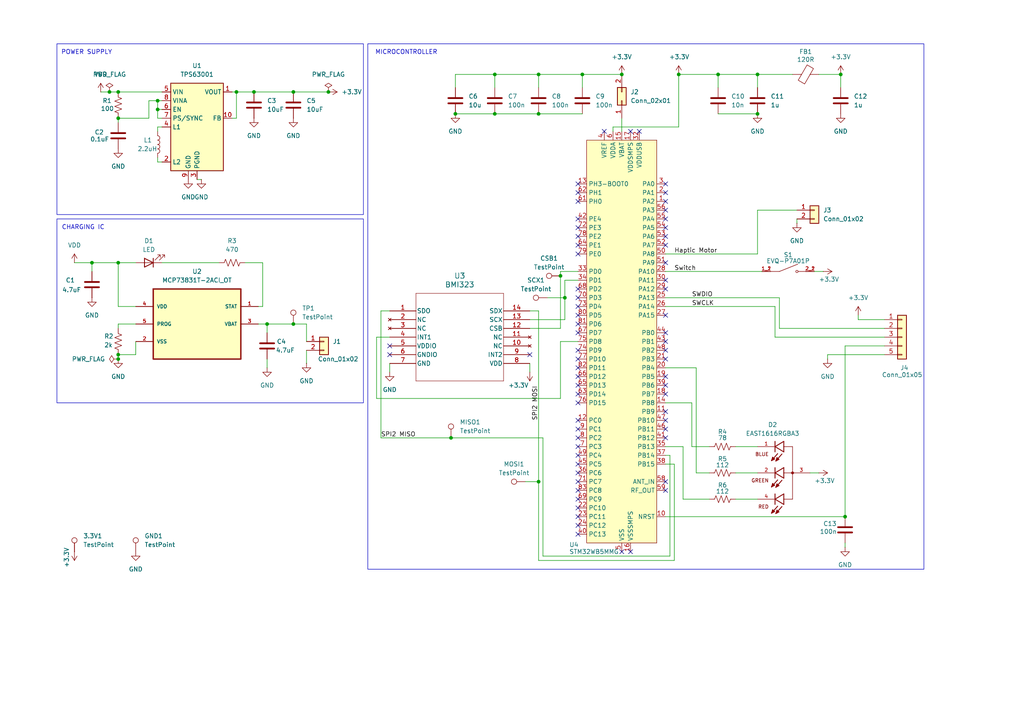
<source format=kicad_sch>
(kicad_sch (version 20231120) (generator "eeschema") (generator_version "8.0")
  (paper "A4")
  (lib_symbols
    (symbol "2025-09-24_20-33-02:BMI323" (pin_names (offset 0.254))
      (property "Reference" "U" (at 20.32 10.16 0))
      (property "Value" "BMI323" (at 20.32 7.62 0))
      (symbol "BMI323_0_1"
        (pin bidirectional line (at 0 0 0) (length 7.62) (name "SDO") (number "1"))
        (pin no_connect line (at 40.64 -10.16 180) (length 7.62) (name "NC") (number "10"))
        (pin no_connect line (at 40.64 -7.62 180) (length 7.62) (name "NC") (number "11"))
        (pin input line (at 40.64 -5.08 180) (length 7.62) (name "CSB") (number "12"))
        (pin input line (at 40.64 -2.54 180) (length 7.62) (name "SCX") (number "13"))
        (pin bidirectional line (at 40.64 0 180) (length 7.62) (name "SDX") (number "14"))
        (pin no_connect line (at 0 -2.54 0) (length 7.62) (name "NC") (number "2"))
        (pin no_connect line (at 0 -5.08 0) (length 7.62) (name "NC") (number "3"))
        (pin bidirectional line (at 0 -7.62 0) (length 7.62) (name "INT1") (number "4"))
        (pin power_in line (at 0 -10.16 0) (length 7.62) (name "VDDIO") (number "5"))
        (pin power_out line (at 0 -12.7 0) (length 7.62) (name "GNDIO") (number "6"))
        (pin power_out line (at 0 -15.24 0) (length 7.62) (name "GND") (number "7"))
        (pin power_in line (at 40.64 -15.24 180) (length 7.62) (name "VDD") (number "8"))
        (pin bidirectional line (at 40.64 -12.7 180) (length 7.62) (name "INT2") (number "9"))
      )
    )
    (symbol "Connector:TestPoint" (pin_numbers hide) (pin_names (offset 0.762) hide)
      (property "Reference" "TP" (at 0 6.858 0))
      (property "Value" "TestPoint" (at 0 5.08 0))
      (symbol "TestPoint_1_1"
        (pin passive line (at 0 0 90) (length 2.54) (name "1") (number "1"))
      )
    )
    (symbol "Connector_Generic:Conn_01x02" (pin_names (offset 1.016) hide)
      (property "Reference" "J" (at 0 2.54 0))
      (property "Value" "Conn_01x02" (at 0 -5.08 0))
      (symbol "Conn_01x02_1_1"
        (pin passive line (at -5.08 0 0) (length 3.81) (name "Pin_1") (number "1"))
        (pin passive line (at -5.08 -2.54 0) (length 3.81) (name "Pin_2") (number "2"))
      )
    )
    (symbol "Connector_Generic:Conn_01x05" (pin_names (offset 1.016) hide)
      (property "Reference" "J" (at 0 7.62 0))
      (property "Value" "Conn_01x05" (at 0 -7.62 0))
      (symbol "Conn_01x05_1_1"
        (pin passive line (at -5.08 5.08 0) (length 3.81) (name "Pin_1") (number "1"))
        (pin passive line (at -5.08 2.54 0) (length 3.81) (name "Pin_2") (number "2"))
        (pin passive line (at -5.08 0 0) (length 3.81) (name "Pin_3") (number "3"))
        (pin passive line (at -5.08 -2.54 0) (length 3.81) (name "Pin_4") (number "4"))
        (pin passive line (at -5.08 -5.08 0) (length 3.81) (name "Pin_5") (number "5"))
      )
    )
    (symbol "Connector_Generic:Conn_02x01" (pin_names (offset 1.016) hide)
      (property "Reference" "J" (at 1.27 2.54 0))
      (property "Value" "Conn_02x01" (at 1.27 -2.54 0))
      (symbol "Conn_02x01_1_1"
        (pin passive line (at -5.08 0 0) (length 3.81) (name "Pin_1") (number "1"))
        (pin passive line (at 7.62 0 180) (length 3.81) (name "Pin_2") (number "2"))
      )
    )
    (symbol "Device:C" (pin_numbers hide) (pin_names (offset 0.254))
      (property "Reference" "C" (at 0.635 2.54 0))
      (property "Value" "C" (at 0.635 -2.54 0))
      (symbol "C_1_1"
        (pin passive line (at 0 3.81 270) (length 2.794) (name "~") (number "1"))
        (pin passive line (at 0 -3.81 90) (length 2.794) (name "~") (number "2"))
      )
    )
    (symbol "Device:FerriteBead" (pin_numbers hide) (pin_names (offset 0))
      (property "Reference" "FB" (at -3.81 0.635 90))
      (property "Value" "FerriteBead" (at 3.81 0 90))
      (symbol "FerriteBead_1_1"
        (pin passive line (at 0 3.81 270) (length 2.54) (name "~") (number "1"))
        (pin passive line (at 0 -3.81 90) (length 2.54) (name "~") (number "2"))
      )
    )
    (symbol "Device:L" (pin_numbers hide) (pin_names (offset 1.016) hide)
      (property "Reference" "L" (at -1.27 0 90))
      (property "Value" "L" (at 1.905 0 90))
      (symbol "L_1_1"
        (pin passive line (at 0 3.81 270) (length 1.27) (name "1") (number "1"))
        (pin passive line (at 0 -3.81 90) (length 1.27) (name "2") (number "2"))
      )
    )
    (symbol "Device:LED" (pin_numbers hide) (pin_names (offset 1.016) hide)
      (property "Reference" "D" (at 0 2.54 0))
      (property "Value" "LED" (at 0 -2.54 0))
      (symbol "LED_1_1"
        (pin passive line (at -3.81 0 0) (length 2.54) (name "K") (number "1"))
        (pin passive line (at 3.81 0 180) (length 2.54) (name "A") (number "2"))
      )
    )
    (symbol "Device:R_US" (pin_numbers hide) (pin_names (offset 0))
      (property "Reference" "R" (at 2.54 0 90))
      (property "Value" "R_US" (at -2.54 0 90))
      (symbol "R_US_1_1"
        (pin passive line (at 0 3.81 270) (length 1.27) (name "~") (number "1"))
        (pin passive line (at 0 -3.81 90) (length 1.27) (name "~") (number "2"))
      )
    )
    (symbol "EAST1616RGBA3:EAST1616RGBA3" (pin_names (offset 1.016))
      (property "Reference" "D" (at -8.255 10.16 0))
      (property "Value" "EAST1616RGBA3" (at -8.255 9.525 0))
      (symbol "EAST1616RGBA3_0_0"
        (text "BLUE" (at 4.318 -4.826 0) (effects (font (size 1.016 1.016)) (justify left bottom)))
        (text "GREEN" (at 4.318 2.794 0) (effects (font (size 1.016 1.016)) (justify left bottom)))
        (text "RED" (at 4.318 10.414 0) (effects (font (size 1.016 1.016)) (justify left bottom)))
        (pin passive line (at 7.62 -7.62 180) (length 5.08) (name "~") (number "1"))
        (pin passive line (at 7.62 0 180) (length 5.08) (name "~") (number "2"))
        (pin passive line (at -7.62 0 0) (length 5.08) (name "~") (number "3"))
        (pin passive line (at 7.62 7.62 180) (length 5.08) (name "~") (number "4"))
      )
    )
    (symbol "EVQ-P7A01P:EVQ-P7A01P" (pin_names (offset 1.016))
      (property "Reference" "S" (at -2.54 2.54 0))
      (property "Value" "EVQ-P7A01P" (at -2.54 -2.54 0))
      (symbol "EVQ-P7A01P_0_0"
        (pin passive line (at -7.62 0 0) (length 2.54) (name "~") (number "1_1"))
        (pin passive line (at -7.62 0 0) (length 2.54) (name "~") (number "1_2"))
        (pin passive line (at 7.62 0 180) (length 2.54) (name "~") (number "2_1"))
        (pin passive line (at 7.62 0 180) (length 2.54) (name "~") (number "2_2"))
      )
    )
    (symbol "MCP73831T-2ACI_OT:MCP73831T-2ACI_OT" (pin_names (offset 1.016))
      (property "Reference" "U" (at -4.1227 10.0778 0))
      (property "Value" "MCP73831T-2ACI_OT" (at -5.9526 -17.1963 0))
      (symbol "MCP73831T-2ACI_OT_0_0"
        (pin output line (at 17.78 2.54 180) (length 5.08) (name "STAT") (number "1"))
        (pin power_in line (at -17.78 -7.62 0) (length 5.08) (name "VSS") (number "2"))
        (pin output line (at 17.78 -2.54 180) (length 5.08) (name "VBAT") (number "3"))
        (pin power_in line (at -17.78 2.54 0) (length 5.08) (name "VDD") (number "4"))
        (pin input line (at -17.78 -2.54 0) (length 5.08) (name "PROG") (number "5"))
      )
    )
    (symbol "RF_Module:STM32WB5MMG"
      (property "Reference" "U" (at 7.62 59.69 0))
      (property "Value" "STM32WB5MMG" (at 10.16 -59.69 0))
      (symbol "STM32WB5MMG_1_1"
        (pin bidirectional line (at 12.7 40.64 180) (length 2.54) (name "PA2") (number "1"))
        (pin input line (at 12.7 -50.8 180) (length 2.54) (name "NRST") (number "10"))
        (pin bidirectional line (at 12.7 -20.32 180) (length 2.54) (name "PB9") (number "11"))
        (pin bidirectional line (at -12.7 -22.86 0) (length 2.54) (name "PC0") (number "12"))
        (pin bidirectional line (at -12.7 45.72 0) (length 2.54) (name "PH3-BOOT0") (number "13"))
        (pin bidirectional line (at 12.7 -17.78 180) (length 2.54) (name "PB8") (number "14"))
        (pin power_in line (at 0 60.96 270) (length 2.54) (name "VBAT") (number "15"))
        (pin power_in line (at 2.54 -60.96 90) (length 2.54) (name "VSSSMPS") (number "16"))
        (pin power_in line (at 2.54 60.96 270) (length 2.54) (name "VDDSMPS") (number "17"))
        (pin bidirectional line (at 12.7 -15.24 180) (length 2.54) (name "PB7") (number "18"))
        (pin bidirectional line (at 12.7 -10.16 180) (length 2.54) (name "PB5") (number "19"))
        (pin bidirectional line (at 12.7 43.18 180) (length 2.54) (name "PA1") (number "2"))
        (pin bidirectional line (at 12.7 -7.62 180) (length 2.54) (name "PB4") (number "20"))
        (pin bidirectional line (at 12.7 -5.08 180) (length 2.54) (name "PB3") (number "21"))
        (pin bidirectional line (at -12.7 -48.26 0) (length 2.54) (name "PC10") (number "22"))
        (pin bidirectional line (at -12.7 -50.8 0) (length 2.54) (name "PC11") (number "23"))
        (pin bidirectional line (at -12.7 -53.34 0) (length 2.54) (name "PC12") (number "24"))
        (pin bidirectional line (at 12.7 12.7 180) (length 2.54) (name "PA13") (number "25"))
        (pin bidirectional line (at 12.7 10.16 180) (length 2.54) (name "PA14") (number "26"))
        (pin bidirectional line (at 12.7 7.62 180) (length 2.54) (name "PA15") (number "27"))
        (pin bidirectional line (at 12.7 20.32 180) (length 2.54) (name "PA10") (number "28"))
        (pin bidirectional line (at 12.7 15.24 180) (length 2.54) (name "PA12") (number "29"))
        (pin bidirectional line (at 12.7 45.72 180) (length 2.54) (name "PA0") (number "3"))
        (pin bidirectional line (at 12.7 17.78 180) (length 2.54) (name "PA11") (number "30"))
        (pin passive line (at 0 -60.96 90) (length 2.54) hide (name "VSS") (number "31"))
        (pin power_in line (at 5.08 60.96 270) (length 2.54) (name "VDDUSB") (number "32"))
        (pin bidirectional line (at -12.7 20.32 0) (length 2.54) (name "PD0") (number "33"))
        (pin bidirectional line (at -12.7 17.78 0) (length 2.54) (name "PD1") (number "34"))
        (pin bidirectional line (at 12.7 -30.48 180) (length 2.54) (name "PB13") (number "35"))
        (pin bidirectional line (at -12.7 -38.1 0) (length 2.54) (name "PC6") (number "36"))
        (pin bidirectional line (at 12.7 -33.02 180) (length 2.54) (name "PB14") (number "37"))
        (pin bidirectional line (at 12.7 -35.56 180) (length 2.54) (name "PB15") (number "38"))
        (pin bidirectional line (at 12.7 -12.7 180) (length 2.54) (name "PB6") (number "39"))
        (pin input line (at -5.08 60.96 270) (length 2.54) (name "VREF") (number "4"))
        (pin bidirectional line (at -12.7 -55.88 0) (length 2.54) (name "PC13") (number "40"))
        (pin bidirectional line (at 12.7 -27.94 180) (length 2.54) (name "PB12") (number "41"))
        (pin bidirectional line (at -12.7 35.56 0) (length 2.54) (name "PE4") (number "42"))
        (pin bidirectional line (at 12.7 0 180) (length 2.54) (name "PB1") (number "43"))
        (pin bidirectional line (at 12.7 2.54 180) (length 2.54) (name "PB0") (number "44"))
        (pin bidirectional line (at -12.7 -35.56 0) (length 2.54) (name "PC5") (number "45"))
        (pin bidirectional line (at 12.7 -25.4 180) (length 2.54) (name "PB11") (number "46"))
        (pin bidirectional line (at 12.7 -22.86 180) (length 2.54) (name "PB10") (number "47"))
        (pin bidirectional line (at 12.7 -2.54 180) (length 2.54) (name "PB2") (number "48"))
        (pin bidirectional line (at -12.7 -33.02 0) (length 2.54) (name "PC4") (number "49"))
        (pin power_in line (at 0 -60.96 90) (length 2.54) (name "VSS") (number "5"))
        (pin bidirectional line (at 12.7 25.4 180) (length 2.54) (name "PA8") (number "50"))
        (pin bidirectional line (at 12.7 22.86 180) (length 2.54) (name "PA9") (number "51"))
        (pin bidirectional line (at 12.7 27.94 180) (length 2.54) (name "PA7") (number "52"))
        (pin bidirectional line (at 12.7 30.48 180) (length 2.54) (name "PA6") (number "53"))
        (pin bidirectional line (at 12.7 33.02 180) (length 2.54) (name "PA5") (number "54"))
        (pin bidirectional line (at 12.7 35.56 180) (length 2.54) (name "PA4") (number "55"))
        (pin bidirectional line (at 12.7 38.1 180) (length 2.54) (name "PA3") (number "56"))
        (pin passive line (at 0 -60.96 90) (length 2.54) hide (name "VSS") (number "57"))
        (pin passive line (at 12.7 -40.64 180) (length 2.54) (name "ANT_IN") (number "58"))
        (pin passive line (at 12.7 -43.18 180) (length 2.54) (name "RF_OUT") (number "59"))
        (pin power_in line (at -2.54 60.96 270) (length 2.54) (name "VDDA") (number "6"))
        (pin passive line (at 0 -60.96 90) (length 2.54) hide (name "VSS") (number "60"))
        (pin bidirectional line (at -12.7 40.64 0) (length 2.54) (name "PH0") (number "61"))
        (pin bidirectional line (at -12.7 43.18 0) (length 2.54) (name "PH1") (number "62"))
        (pin bidirectional line (at -12.7 -15.24 0) (length 2.54) (name "PD14") (number "63"))
        (pin bidirectional line (at -12.7 27.94 0) (length 2.54) (name "PE1") (number "64"))
        (pin bidirectional line (at -12.7 -12.7 0) (length 2.54) (name "PD13") (number "65"))
        (pin bidirectional line (at -12.7 -10.16 0) (length 2.54) (name "PD12") (number "66"))
        (pin bidirectional line (at -12.7 2.54 0) (length 2.54) (name "PD7") (number "67"))
        (pin bidirectional line (at -12.7 15.24 0) (length 2.54) (name "PD2") (number "68"))
        (pin bidirectional line (at -12.7 -45.72 0) (length 2.54) (name "PC9") (number "69"))
        (pin bidirectional line (at -12.7 -30.48 0) (length 2.54) (name "PC3") (number "7"))
        (pin bidirectional line (at -12.7 12.7 0) (length 2.54) (name "PD3") (number "70"))
        (pin bidirectional line (at -12.7 -40.64 0) (length 2.54) (name "PC7") (number "71"))
        (pin bidirectional line (at -12.7 33.02 0) (length 2.54) (name "PE3") (number "72"))
        (pin bidirectional line (at -12.7 10.16 0) (length 2.54) (name "PD4") (number "73"))
        (pin bidirectional line (at -12.7 -2.54 0) (length 2.54) (name "PD9") (number "74"))
        (pin bidirectional line (at -12.7 0 0) (length 2.54) (name "PD8") (number "75"))
        (pin bidirectional line (at -12.7 -17.78 0) (length 2.54) (name "PD15") (number "76"))
        (pin bidirectional line (at -12.7 -5.08 0) (length 2.54) (name "PD10") (number "77"))
        (pin bidirectional line (at -12.7 30.48 0) (length 2.54) (name "PE2") (number "78"))
        (pin bidirectional line (at -12.7 25.4 0) (length 2.54) (name "PE0") (number "79"))
        (pin bidirectional line (at -12.7 -27.94 0) (length 2.54) (name "PC2") (number "8"))
        (pin bidirectional line (at -12.7 7.62 0) (length 2.54) (name "PD5") (number "80"))
        (pin bidirectional line (at -12.7 5.08 0) (length 2.54) (name "PD6") (number "81"))
        (pin bidirectional line (at -12.7 -7.62 0) (length 2.54) (name "PD11") (number "82"))
        (pin bidirectional line (at -12.7 -43.18 0) (length 2.54) (name "PC8") (number "83"))
        (pin passive line (at 0 -60.96 90) (length 2.54) hide (name "VSS") (number "84"))
        (pin no_connect line (at 10.16 -45.72 180) (length 2.54) hide (name "ANT_NC") (number "85"))
        (pin passive line (at 0 -60.96 90) (length 2.54) hide (name "VSS") (number "86"))
        (pin bidirectional line (at -12.7 -25.4 0) (length 2.54) (name "PC1") (number "9"))
      )
    )
    (symbol "Regulator_Switching:TPS63001"
      (property "Reference" "U" (at -7.62 13.97 0))
      (property "Value" "TPS63001" (at 5.08 13.97 0))
      (symbol "TPS63001_1_1"
        (pin power_out line (at 10.16 10.16 180) (length 2.54) (name "VOUT") (number "1"))
        (pin input line (at 10.16 2.54 180) (length 2.54) (name "FB") (number "10"))
        (pin passive line (at 0 -15.24 90) (length 2.54) hide (name "PGND") (number "11"))
        (pin input line (at -10.16 -10.16 0) (length 2.54) (name "L2") (number "2"))
        (pin power_in line (at 0 -15.24 90) (length 2.54) (name "PGND") (number "3"))
        (pin input line (at -10.16 0 0) (length 2.54) (name "L1") (number "4"))
        (pin power_in line (at -10.16 10.16 0) (length 2.54) (name "VIN") (number "5"))
        (pin input line (at -10.16 5.08 0) (length 2.54) (name "EN") (number "6"))
        (pin input line (at -10.16 2.54 0) (length 2.54) (name "PS/SYNC") (number "7"))
        (pin power_in line (at -10.16 7.62 0) (length 2.54) (name "VINA") (number "8"))
        (pin power_in line (at -2.54 -15.24 90) (length 2.54) (name "GND") (number "9"))
      )
    )
    (symbol "power:+3.3V" (power) (pin_numbers hide) (pin_names (offset 0) hide)
      (property "Value" "+3.3V" (at 0 3.556 0))
      (symbol "+3.3V_1_1"
        (pin power_in line (at 0 0 90) (length 0) (name "~") (number "1"))
      )
    )
    (symbol "power:+3.3VA" (power) (pin_numbers hide) (pin_names (offset 0) hide)
      (property "Value" "+3.3VA" (at 0 3.556 0))
      (symbol "+3.3VA_1_1"
        (pin power_in line (at 0 0 90) (length 0) (name "~") (number "1"))
      )
    )
    (symbol "power:GND" (power) (pin_numbers hide) (pin_names (offset 0) hide)
      (property "Value" "GND" (at 0 -3.81 0))
      (symbol "GND_1_1"
        (pin power_in line (at 0 0 270) (length 0) (name "~") (number "1"))
      )
    )
    (symbol "power:PWR_FLAG" (power) (pin_numbers hide) (pin_names (offset 0) hide)
      (property "Value" "PWR_FLAG" (at 0 3.81 0))
      (symbol "PWR_FLAG_0_0"
        (pin power_out line (at 0 0 90) (length 0) (name "~") (number "1"))
      )
    )
    (symbol "power:VDD" (power) (pin_numbers hide) (pin_names (offset 0) hide)
      (property "Value" "VDD" (at 0 3.556 0))
      (symbol "VDD_1_1"
        (pin power_in line (at 0 0 90) (length 0) (name "~") (number "1"))
      )
    )
  )
  (junction (at 130.81 127))
  (junction (at 26.67 76.2))
  (junction (at 31.75 26.67))
  (junction (at 34.29 34.29))
  (junction (at 85.09 93.98))
  (junction (at 196.85 21.59))
  (junction (at 73.66 26.67))
  (junction (at 219.71 33.02))
  (junction (at 34.29 76.2))
  (junction (at 45.72 29.21))
  (junction (at 143.51 21.59))
  (junction (at 243.84 21.59))
  (junction (at 34.29 104.14))
  (junction (at 245.11 149.86))
  (junction (at 219.71 21.59))
  (junction (at 85.09 26.67))
  (junction (at 156.21 33.02))
  (junction (at 34.29 102.87))
  (junction (at 180.34 21.59))
  (junction (at 95.25 26.67))
  (junction (at 162.56 80.01))
  (junction (at 156.21 21.59))
  (junction (at 132.08 33.02))
  (junction (at 45.72 31.75))
  (junction (at 168.91 21.59))
  (junction (at 208.28 21.59))
  (junction (at 77.47 93.98))
  (junction (at 163.83 86.36))
  (junction (at 143.51 33.02))
  (junction (at 34.29 26.67))
  (junction (at 156.21 139.7))
  (junction (at 68.58 26.67))
  (no_connect (at 167.64 142.24))
  (no_connect (at 193.04 111.76))
  (no_connect (at 167.64 55.88))
  (no_connect (at 193.04 66.04))
  (no_connect (at 193.04 68.58))
  (no_connect (at 167.64 129.54))
  (no_connect (at 193.04 124.46))
  (no_connect (at 167.64 53.34))
  (no_connect (at 180.34 160.02))
  (no_connect (at 167.64 116.84))
  (no_connect (at 167.64 96.52))
  (no_connect (at 167.64 137.16))
  (no_connect (at 167.64 147.32))
  (no_connect (at 193.04 121.92))
  (no_connect (at 113.03 100.33))
  (no_connect (at 193.04 76.2))
  (no_connect (at 167.64 86.36))
  (no_connect (at 167.64 114.3))
  (no_connect (at 182.88 160.02))
  (no_connect (at 167.64 139.7))
  (no_connect (at 193.04 101.6))
  (no_connect (at 167.64 111.76))
  (no_connect (at 193.04 96.52))
  (no_connect (at 167.64 124.46))
  (no_connect (at 113.03 102.87))
  (no_connect (at 167.64 71.12))
  (no_connect (at 167.64 104.14))
  (no_connect (at 193.04 104.14))
  (no_connect (at 167.64 149.86))
  (no_connect (at 185.42 38.1))
  (no_connect (at 167.64 91.44))
  (no_connect (at 167.64 121.92))
  (no_connect (at 193.04 142.24))
  (no_connect (at 193.04 58.42))
  (no_connect (at 167.64 144.78))
  (no_connect (at 167.64 109.22))
  (no_connect (at 182.88 38.1))
  (no_connect (at 167.64 154.94))
  (no_connect (at 193.04 119.38))
  (no_connect (at 167.64 132.08))
  (no_connect (at 167.64 134.62))
  (no_connect (at 175.26 38.1))
  (no_connect (at 193.04 71.12))
  (no_connect (at 167.64 88.9))
  (no_connect (at 193.04 81.28))
  (no_connect (at 193.04 53.34))
  (no_connect (at 193.04 63.5))
  (no_connect (at 167.64 68.58))
  (no_connect (at 167.64 66.04))
  (no_connect (at 167.64 63.5))
  (no_connect (at 167.64 106.68))
  (no_connect (at 193.04 83.82))
  (no_connect (at 167.64 73.66))
  (no_connect (at 167.64 101.6))
  (no_connect (at 153.67 102.87))
  (no_connect (at 193.04 60.96))
  (no_connect (at 167.64 83.82))
  (no_connect (at 193.04 91.44))
  (no_connect (at 167.64 127))
  (no_connect (at 193.04 114.3))
  (no_connect (at 167.64 152.4))
  (no_connect (at 167.64 58.42))
  (no_connect (at 167.64 93.98))
  (no_connect (at 193.04 55.88))
  (no_connect (at 193.04 109.22))
  (no_connect (at 193.04 127))
  (no_connect (at 193.04 139.7))
  (no_connect (at 193.04 99.06))
  (wire (pts (xy 208.28 25.4) (xy 208.28 21.59)))
  (wire (pts (xy 45.72 36.83) (xy 45.72 38.1)))
  (wire (pts (xy 236.22 78.74) (xy 238.76 78.74)))
  (wire (pts (xy 71.12 76.2) (xy 76.2 76.2)))
  (wire (pts (xy 213.36 129.54) (xy 219.71 129.54)))
  (wire (pts (xy 85.09 26.67) (xy 95.25 26.67)))
  (wire (pts (xy 31.75 26.67) (xy 34.29 26.67)))
  (wire (pts (xy 162.56 115.57) (xy 162.56 99.06)))
  (wire (pts (xy 156.21 25.4) (xy 156.21 21.59)))
  (wire (pts (xy 193.04 86.36) (xy 226.06 86.36)))
  (wire (pts (xy 193.04 78.74) (xy 220.98 78.74)))
  (wire (pts (xy 224.79 88.9) (xy 224.79 97.79)))
  (wire (pts (xy 208.28 21.59) (xy 219.71 21.59)))
  (wire (pts (xy 219.71 60.96) (xy 231.14 60.96)))
  (wire (pts (xy 226.06 86.36) (xy 226.06 95.25)))
  (wire (pts (xy 68.58 26.67) (xy 73.66 26.67)))
  (wire (pts (xy 231.14 63.5) (xy 231.14 64.77)))
  (wire (pts (xy 157.48 127) (xy 130.81 127)))
  (wire (pts (xy 219.71 73.66) (xy 219.71 60.96)))
  (wire (pts (xy 152.4 139.7) (xy 156.21 139.7)))
  (wire (pts (xy 68.58 34.29) (xy 68.58 26.67)))
  (wire (pts (xy 156.21 139.7) (xy 156.21 162.56)))
  (wire (pts (xy 45.72 34.29) (xy 45.72 31.75)))
  (wire (pts (xy 158.75 86.36) (xy 163.83 86.36)))
  (wire (pts (xy 162.56 78.74) (xy 162.56 80.01)))
  (wire (pts (xy 198.12 144.78) (xy 205.74 144.78)))
  (wire (pts (xy 243.84 21.59) (xy 243.84 25.4)))
  (wire (pts (xy 153.67 92.71) (xy 163.83 92.71)))
  (wire (pts (xy 193.04 134.62) (xy 195.58 134.62)))
  (wire (pts (xy 109.22 115.57) (xy 162.56 115.57)))
  (wire (pts (xy 177.8 38.1) (xy 177.8 36.83)))
  (wire (pts (xy 130.81 127) (xy 110.49 127)))
  (wire (pts (xy 219.71 21.59) (xy 229.87 21.59)))
  (wire (pts (xy 245.11 100.33) (xy 256.54 100.33)))
  (wire (pts (xy 157.48 161.29) (xy 157.48 127)))
  (wire (pts (xy 248.92 91.44) (xy 248.92 92.71)))
  (wire (pts (xy 234.95 137.16) (xy 237.49 137.16)))
  (wire (pts (xy 153.67 107.95) (xy 153.67 105.41)))
  (wire (pts (xy 73.66 26.67) (xy 85.09 26.67)))
  (wire (pts (xy 143.51 21.59) (xy 143.51 25.4)))
  (wire (pts (xy 237.49 21.59) (xy 243.84 21.59)))
  (wire (pts (xy 163.83 86.36) (xy 163.83 81.28)))
  (wire (pts (xy 200.66 129.54) (xy 205.74 129.54)))
  (wire (pts (xy 132.08 21.59) (xy 143.51 21.59)))
  (wire (pts (xy 224.79 97.79) (xy 256.54 97.79)))
  (wire (pts (xy 67.31 26.67) (xy 68.58 26.67)))
  (wire (pts (xy 88.9 93.98) (xy 85.09 93.98)))
  (wire (pts (xy 194.31 161.29) (xy 157.48 161.29)))
  (wire (pts (xy 85.09 93.98) (xy 77.47 93.98)))
  (wire (pts (xy 34.29 26.67) (xy 46.99 26.67)))
  (wire (pts (xy 208.28 33.02) (xy 219.71 33.02)))
  (wire (pts (xy 200.66 116.84) (xy 200.66 129.54)))
  (wire (pts (xy 113.03 97.79) (xy 109.22 97.79)))
  (wire (pts (xy 245.11 100.33) (xy 245.11 149.86)))
  (wire (pts (xy 67.31 34.29) (xy 68.58 34.29)))
  (wire (pts (xy 143.51 21.59) (xy 156.21 21.59)))
  (wire (pts (xy 208.28 21.59) (xy 196.85 21.59)))
  (wire (pts (xy 200.66 116.84) (xy 193.04 116.84)))
  (wire (pts (xy 39.37 88.9) (xy 34.29 88.9)))
  (wire (pts (xy 132.08 25.4) (xy 132.08 21.59)))
  (wire (pts (xy 213.36 137.16) (xy 219.71 137.16)))
  (wire (pts (xy 198.12 129.54) (xy 193.04 129.54)))
  (wire (pts (xy 240.03 102.87) (xy 240.03 104.14)))
  (wire (pts (xy 226.06 95.25) (xy 256.54 95.25)))
  (wire (pts (xy 240.03 102.87) (xy 256.54 102.87)))
  (wire (pts (xy 43.18 29.21) (xy 43.18 34.29)))
  (wire (pts (xy 34.29 76.2) (xy 39.37 76.2)))
  (wire (pts (xy 153.67 90.17) (xy 156.21 90.17)))
  (wire (pts (xy 156.21 90.17) (xy 156.21 139.7)))
  (wire (pts (xy 163.83 81.28) (xy 167.64 81.28)))
  (wire (pts (xy 196.85 21.59) (xy 196.85 36.83)))
  (wire (pts (xy 113.03 105.41) (xy 113.03 107.95)))
  (wire (pts (xy 213.36 144.78) (xy 219.71 144.78)))
  (wire (pts (xy 180.34 34.29) (xy 180.34 38.1)))
  (wire (pts (xy 195.58 162.56) (xy 195.58 134.62)))
  (wire (pts (xy 45.72 46.99) (xy 46.99 46.99)))
  (wire (pts (xy 163.83 92.71) (xy 163.83 86.36)))
  (wire (pts (xy 45.72 45.72) (xy 45.72 46.99)))
  (wire (pts (xy 76.2 76.2) (xy 76.2 88.9)))
  (wire (pts (xy 34.29 34.29) (xy 34.29 35.56)))
  (wire (pts (xy 168.91 21.59) (xy 180.34 21.59)))
  (wire (pts (xy 168.91 21.59) (xy 168.91 25.4)))
  (wire (pts (xy 162.56 78.74) (xy 167.64 78.74)))
  (wire (pts (xy 34.29 76.2) (xy 34.29 88.9)))
  (wire (pts (xy 46.99 36.83) (xy 45.72 36.83)))
  (wire (pts (xy 245.11 158.75) (xy 245.11 157.48)))
  (wire (pts (xy 177.8 36.83) (xy 196.85 36.83)))
  (wire (pts (xy 88.9 101.6) (xy 88.9 105.41)))
  (wire (pts (xy 34.29 34.29) (xy 43.18 34.29)))
  (wire (pts (xy 21.59 76.2) (xy 26.67 76.2)))
  (wire (pts (xy 198.12 144.78) (xy 198.12 129.54)))
  (wire (pts (xy 153.67 95.25) (xy 162.56 95.25)))
  (wire (pts (xy 46.99 34.29) (xy 45.72 34.29)))
  (wire (pts (xy 193.04 149.86) (xy 245.11 149.86)))
  (wire (pts (xy 194.31 132.08) (xy 194.31 161.29)))
  (wire (pts (xy 193.04 88.9) (xy 224.79 88.9)))
  (wire (pts (xy 74.93 93.98) (xy 77.47 93.98)))
  (wire (pts (xy 201.93 106.68) (xy 201.93 137.16)))
  (wire (pts (xy 46.99 29.21) (xy 45.72 29.21)))
  (wire (pts (xy 77.47 106.68) (xy 77.47 104.14)))
  (wire (pts (xy 45.72 29.21) (xy 45.72 31.75)))
  (wire (pts (xy 162.56 99.06) (xy 167.64 99.06)))
  (wire (pts (xy 156.21 33.02) (xy 168.91 33.02)))
  (wire (pts (xy 57.15 52.07) (xy 58.42 52.07)))
  (wire (pts (xy 77.47 93.98) (xy 77.47 96.52)))
  (wire (pts (xy 34.29 102.87) (xy 39.37 102.87)))
  (wire (pts (xy 201.93 137.16) (xy 205.74 137.16)))
  (wire (pts (xy 29.21 26.67) (xy 31.75 26.67)))
  (wire (pts (xy 132.08 33.02) (xy 143.51 33.02)))
  (wire (pts (xy 34.29 95.25) (xy 34.29 93.98)))
  (wire (pts (xy 34.29 93.98) (xy 39.37 93.98)))
  (wire (pts (xy 34.29 102.87) (xy 34.29 104.14)))
  (wire (pts (xy 26.67 76.2) (xy 34.29 76.2)))
  (wire (pts (xy 88.9 93.98) (xy 88.9 99.06)))
  (wire (pts (xy 193.04 106.68) (xy 201.93 106.68)))
  (wire (pts (xy 162.56 80.01) (xy 162.56 95.25)))
  (wire (pts (xy 45.72 31.75) (xy 46.99 31.75)))
  (wire (pts (xy 45.72 29.21) (xy 43.18 29.21)))
  (wire (pts (xy 143.51 33.02) (xy 156.21 33.02)))
  (wire (pts (xy 219.71 21.59) (xy 219.71 25.4)))
  (wire (pts (xy 109.22 97.79) (xy 109.22 115.57)))
  (wire (pts (xy 193.04 73.66) (xy 219.71 73.66)))
  (wire (pts (xy 74.93 88.9) (xy 76.2 88.9)))
  (wire (pts (xy 110.49 127) (xy 110.49 90.17)))
  (wire (pts (xy 156.21 162.56) (xy 195.58 162.56)))
  (wire (pts (xy 156.21 21.59) (xy 168.91 21.59)))
  (wire (pts (xy 110.49 90.17) (xy 113.03 90.17)))
  (wire (pts (xy 46.99 76.2) (xy 63.5 76.2)))
  (wire (pts (xy 248.92 92.71) (xy 256.54 92.71)))
  (wire (pts (xy 39.37 102.87) (xy 39.37 99.06)))
  (wire (pts (xy 193.04 132.08) (xy 194.31 132.08)))
  (wire (pts (xy 26.67 76.2) (xy 26.67 78.74)))
  (rectangle (start 106.68 12.7) (end 267.97 165.1))
  (rectangle (start 16.51 12.7) (end 105.41 62.23))
  (rectangle (start 16.51 63.5) (end 105.41 116.84))
  (text "MICROCONTROLLER" (at 117.856 15.24 0) (effects (font (size 1.27 1.27))))
  (text "POWER SUPPLY" (at 25.146 15.24 0) (effects (font (size 1.27 1.27))))
  (text "CHARGING IC" (at 24.13 66.04 0) (effects (font (size 1.27 1.27))))
  (label "SPI2 MOSI" (at 156.21 121.92 90))
  (label "Switch" (at 195.58 78.74 0))
  (label "SWCLK" (at 200.66 88.9 0))
  (label "SWDIO" (at 200.66 86.36 0))
  (label "SPI2 MISO" (at 110.49 127 0))
  (label "Haptic Motor" (at 195.58 73.66 0))
  (symbol (lib_id "power:GND") (at 34.29 43.18 0) (unit 1)
    (property "Reference" "#PWR05" (effects (hide yes)))
    (property "Value" "GND" (at 34.29 48.26 0))
    (property "Description" "Power symbol creates a global label with name \"GND\" , ground" (effects (hide yes)))
  )
  (symbol (lib_id "power:+3.3VA") (at 196.85 21.59 0) (unit 1)
    (property "Reference" "#PWR019" (effects (hide yes)))
    (property "Value" "+3.3V" (at 194.056 16.51 0) (effects (justify left)))
    (property "Description" "Power symbol creates a global label with name \"+3.3VA\"" (effects (hide yes)))
  )
  (symbol (lib_id "power:+3.3V") (at 95.25 26.67 270) (unit 1)
    (property "Reference" "#PWR014" (effects (hide yes)))
    (property "Value" "+3.3V" (at 99.06 26.6699 90) (effects (justify left)))
    (property "Description" "Power symbol creates a global label with name \"+3.3V\"" (effects (hide yes)))
  )
  (symbol (lib_id "RF_Module:STM32WB5MMG") (at 180.34 99.06 0) (unit 1)
    (property "Reference" "U4" (at 165.1 157.988 0) (effects (justify left)))
    (property "Value" "STM32WB5MMG" (at 165.1 160.02 0) (effects (justify left)))
    (property "Footprint" "RF_Module:ST-SiP-LGA-86-11x7.3mm" (effects (hide yes)))
    (property "Datasheet" "https://www.st.com/resource/en/datasheet/stm32wb5mmg.pdf" (effects (hide yes)))
    (property "Description" "ST Microelectronics STM32WB55VG ARM Cortex Bluetooth Low Energy 5.0, Zigbee and 802.15.4 module, 1 MB Flash, 256kb RAM, Fully integrated BOM" (effects (hide yes)))
  )
  (symbol (lib_id "Device:C") (at 73.66 30.48 0) (unit 1)
    (property "Reference" "C3" (at 77.47 29.2099 0) (effects (justify left)))
    (property "Value" "10uF" (at 77.47 31.7499 0) (effects (justify left)))
    (property "Footprint" "Capacitor_SMD:C_0201_0603Metric_Pad0.64x0.40mm_HandSolder" (effects (hide yes)))
    (property "Description" "Unpolarized capacitor" (effects (hide yes)))
  )
  (symbol (lib_id "power:GND") (at 243.84 33.02 0) (unit 1)
    (property "Reference" "#PWR026" (effects (hide yes)))
    (property "Value" "GND" (at 243.84 38.1 0))
    (property "Description" "Power symbol creates a global label with name \"GND\" , ground" (effects (hide yes)))
  )
  (symbol (lib_id "power:PWR_FLAG") (at 95.25 26.67 0) (unit 1)
    (property "Reference" "#FLG03" (effects (hide yes)))
    (property "Value" "PWR_FLAG" (at 95.25 21.59 0))
    (property "Description" "Special symbol for telling ERC where power comes from" (effects (hide yes)))
  )
  (symbol (lib_id "power:VDD") (at 29.21 26.67 0) (unit 1)
    (property "Reference" "#PWR04" (effects (hide yes)))
    (property "Value" "VDD" (at 29.21 21.59 0))
    (property "Description" "Power symbol creates a global label with name \"VDD\"" (effects (hide yes)))
  )
  (symbol (lib_id "power:GND") (at 58.42 52.07 0) (unit 1)
    (property "Reference" "#PWR09" (effects (hide yes)))
    (property "Value" "GND" (at 58.42 57.15 0))
    (property "Description" "Power symbol creates a global label with name \"GND\" , ground" (effects (hide yes)))
  )
  (symbol (lib_id "Device:R_US") (at 209.55 144.78 90) (unit 1)
    (property "Reference" "R6" (at 209.55 140.716 90))
    (property "Value" "112" (at 209.55 142.494 90))
    (property "Footprint" "Resistor_SMD:R_0201_0603Metric" (effects (hide yes)))
    (property "Description" "Resistor, US symbol" (effects (hide yes)))
  )
  (symbol (lib_id "Device:L") (at 45.72 41.91 0) (unit 1)
    (property "Reference" "L1" (at 41.656 40.64 0) (effects (justify left)))
    (property "Value" "2.2uH" (at 39.878 43.18 0) (effects (justify left)))
    (property "Footprint" "Inductor_SMD:L_0201_0603Metric_Pad0.64x0.40mm_HandSolder" (effects (hide yes)))
    (property "Description" "Inductor" (effects (hide yes)))
  )
  (symbol (lib_id "Device:C") (at 26.67 82.55 0) (unit 1)
    (property "Reference" "C1" (at 19.05 81.28 0) (effects (justify left)))
    (property "Value" "4.7uF" (at 18.034 84.074 0) (effects (justify left)))
    (property "Footprint" "Capacitor_SMD:C_0201_0603Metric_Pad0.64x0.40mm_HandSolder" (effects (hide yes)))
    (property "Description" "Unpolarized capacitor" (effects (hide yes)))
  )
  (symbol (lib_id "power:+3.3V") (at 243.84 21.59 0) (unit 1)
    (property "Reference" "#PWR025" (effects (hide yes)))
    (property "Value" "+3.3V" (at 243.84 16.51 0))
    (property "Description" "Power symbol creates a global label with name \"+3.3V\"" (effects (hide yes)))
  )
  (symbol (lib_id "power:GND") (at 245.11 158.75 0) (unit 1)
    (property "Reference" "#PWR027" (effects (hide yes)))
    (property "Value" "GND" (at 245.11 163.83 0))
    (property "Description" "Power symbol creates a global label with name \"GND\" , ground" (effects (hide yes)))
  )
  (symbol (lib_id "Device:R_US") (at 209.55 129.54 90) (unit 1)
    (property "Reference" "R4" (at 209.55 125.222 90))
    (property "Value" "78" (at 209.55 127 90))
    (property "Footprint" "Resistor_SMD:R_0201_0603Metric_Pad0.64x0.40mm_HandSolder" (effects (hide yes)))
    (property "Description" "Resistor, US symbol" (effects (hide yes)))
  )
  (symbol (lib_id "power:GND") (at 34.29 104.14 0) (unit 1)
    (property "Reference" "#PWR06" (effects (hide yes)))
    (property "Value" "GND" (at 34.29 109.22 0))
    (property "Description" "Power symbol creates a global label with name \"GND\" , ground" (effects (hide yes)))
  )
  (symbol (lib_id "Device:FerriteBead") (at 233.68 21.59 270) (unit 1)
    (property "Reference" "FB1" (at 233.68 14.986 90))
    (property "Value" "120R" (at 233.68 17.272 90))
    (property "Footprint" "Resistor_SMD:R_0201_0603Metric_Pad0.64x0.40mm_HandSolder" (effects (hide yes)))
    (property "Description" "Ferrite bead" (effects (hide yes)))
  )
  (symbol (lib_id "power:PWR_FLAG") (at 34.29 104.14 90) (unit 1)
    (property "Reference" "#FLG02" (effects (hide yes)))
    (property "Value" "PWR_FLAG" (at 30.48 104.1399 90) (effects (justify left)))
    (property "Description" "Special symbol for telling ERC where power comes from" (effects (hide yes)))
  )
  (symbol (lib_id "Device:C") (at 132.08 29.21 0) (unit 1)
    (property "Reference" "C6" (at 135.89 27.9399 0) (effects (justify left)))
    (property "Value" "10u" (at 135.89 30.4799 0) (effects (justify left)))
    (property "Footprint" "Capacitor_SMD:C_0201_0603Metric_Pad0.64x0.40mm_HandSolder" (effects (hide yes)))
    (property "Description" "Unpolarized capacitor" (effects (hide yes)))
  )
  (symbol (lib_id "Device:C") (at 85.09 30.48 0) (unit 1)
    (property "Reference" "C5" (at 88.9 29.2099 0) (effects (justify left)))
    (property "Value" "10uF" (at 88.9 31.7499 0) (effects (justify left)))
    (property "Footprint" "Capacitor_SMD:C_0201_0603Metric_Pad0.64x0.40mm_HandSolder" (effects (hide yes)))
    (property "Description" "Unpolarized capacitor" (effects (hide yes)))
  )
  (symbol (lib_id "Device:C") (at 77.47 100.33 0) (unit 1)
    (property "Reference" "C4" (at 80.264 99.06 0) (effects (justify left)))
    (property "Value" "4.7uF" (at 80.01 101.6 0) (effects (justify left)))
    (property "Footprint" "Capacitor_SMD:C_0201_0603Metric_Pad0.64x0.40mm_HandSolder" (effects (hide yes)))
    (property "Description" "Unpolarized capacitor" (effects (hide yes)))
  )
  (symbol (lib_id "Device:C") (at 243.84 29.21 0) (unit 1)
    (property "Reference" "C12" (at 247.65 27.9399 0) (effects (justify left)))
    (property "Value" "1u" (at 247.65 30.4799 0) (effects (justify left)))
    (property "Footprint" "Capacitor_SMD:C_0201_0603Metric_Pad0.64x0.40mm_HandSolder" (effects (hide yes)))
    (property "Description" "Unpolarized capacitor" (effects (hide yes)))
  )
  (symbol (lib_id "2025-09-24_20-33-02:BMI323") (at 113.03 90.17 0) (unit 1)
    (property "Reference" "U3" (at 133.35 80.01 0) (effects (font (size 1.524 1.524))))
    (property "Value" "BMI323" (at 133.35 82.55 0) (effects (font (size 1.524 1.524))))
    (property "Footprint" "BMI323:XDCR_BMI270" (effects (hide yes)))
    (property "Datasheet" "BMI323" (effects (hide yes)))
  )
  (symbol (lib_id "Device:R_US") (at 34.29 99.06 0) (unit 1)
    (property "Reference" "R2" (at 30.226 97.536 0) (effects (justify left)))
    (property "Value" "2k" (at 30.226 100.076 0) (effects (justify left)))
    (property "Footprint" "Resistor_SMD:R_0201_0603Metric_Pad0.64x0.40mm_HandSolder" (effects (hide yes)))
    (property "Description" "Resistor, US symbol" (effects (hide yes)))
  )
  (symbol (lib_id "Regulator_Switching:TPS63001") (at 57.15 36.83 0) (unit 1)
    (property "Reference" "U1" (at 57.15 19.05 0))
    (property "Value" "TPS63001" (at 57.15 21.59 0))
    (property "Footprint" "TPS63001:VREG_V62_16624-01YE" (effects (hide yes)))
    (property "Datasheet" "http://www.ti.com/lit/ds/symlink/tps63000.pdf" (effects (hide yes)))
    (property "Description" "Buck-Boost Converter, 1.8-5.5V Input Voltage, 1.7A Switch Current, 3.3V Output Voltage, VSON-10" (effects (hide yes)))
  )
  (symbol (lib_id "power:PWR_FLAG") (at 31.75 26.67 0) (unit 1)
    (property "Reference" "#FLG01" (effects (hide yes)))
    (property "Value" "PWR_FLAG" (at 31.75 21.59 0))
    (property "Description" "Special symbol for telling ERC where power comes from" (effects (hide yes)))
  )
  (symbol (lib_id "power:+3.3V") (at 153.67 107.95 180) (unit 1)
    (property "Reference" "#PWR017" (effects (hide yes)))
    (property "Value" "+3.3V" (at 150.368 111.76 0))
    (property "Description" "Power symbol creates a global label with name \"+3.3V\"" (effects (hide yes)))
  )
  (symbol (lib_id "Device:C") (at 34.29 39.37 0) (unit 1)
    (property "Reference" "C2" (at 27.432 38.354 0) (effects (justify left)))
    (property "Value" "0.1uF" (at 26.162 40.386 0) (effects (justify left)))
    (property "Footprint" "Capacitor_SMD:C_0201_0603Metric_Pad0.64x0.40mm_HandSolder" (effects (hide yes)))
    (property "Description" "Unpolarized capacitor" (effects (hide yes)))
  )
  (symbol (lib_id "power:GND") (at 113.03 107.95 0) (unit 1)
    (property "Reference" "#PWR015" (effects (hide yes)))
    (property "Value" "GND" (at 113.03 113.03 0))
    (property "Description" "Power symbol creates a global label with name \"GND\" , ground" (effects (hide yes)))
  )
  (symbol (lib_id "Device:R_US") (at 209.55 137.16 90) (unit 1)
    (property "Reference" "R5" (at 209.55 133.096 90))
    (property "Value" "112" (at 209.55 134.874 90))
    (property "Footprint" "Resistor_SMD:R_0201_0603Metric_Pad0.64x0.40mm_HandSolder" (effects (hide yes)))
    (property "Description" "Resistor, US symbol" (effects (hide yes)))
  )
  (symbol (lib_id "Device:C") (at 156.21 29.21 0) (unit 1)
    (property "Reference" "C8" (at 160.02 27.9399 0) (effects (justify left)))
    (property "Value" "100n" (at 160.02 30.4799 0) (effects (justify left)))
    (property "Footprint" "Capacitor_SMD:C_0201_0603Metric_Pad0.64x0.40mm_HandSolder" (effects (hide yes)))
    (property "Description" "Unpolarized capacitor" (effects (hide yes)))
  )
  (symbol (lib_id "power:GND") (at 73.66 34.29 0) (unit 1)
    (property "Reference" "#PWR010" (effects (hide yes)))
    (property "Value" "GND" (at 73.66 39.37 0))
    (property "Description" "Power symbol creates a global label with name \"GND\" , ground" (effects (hide yes)))
  )
  (symbol (lib_id "power:+3.3V") (at 238.76 78.74 270) (unit 1)
    (property "Reference" "#PWR023" (effects (hide yes)))
    (property "Value" "+3.3V" (at 237.49 81.026 90) (effects (justify left)))
    (property "Description" "Power symbol creates a global label with name \"+3.3V\"" (effects (hide yes)))
  )
  (symbol (lib_id "power:GND") (at 85.09 34.29 0) (unit 1)
    (property "Reference" "#PWR012" (effects (hide yes)))
    (property "Value" "GND" (at 85.09 39.37 0))
    (property "Description" "Power symbol creates a global label with name \"GND\" , ground" (effects (hide yes)))
  )
  (symbol (lib_id "power:GND") (at 54.61 52.07 0) (unit 1)
    (property "Reference" "#PWR08" (effects (hide yes)))
    (property "Value" "GND" (at 54.61 57.15 0))
    (property "Description" "Power symbol creates a global label with name \"GND\" , ground" (effects (hide yes)))
  )
  (symbol (lib_id "Device:C") (at 143.51 29.21 0) (unit 1)
    (property "Reference" "C7" (at 147.32 27.9399 0) (effects (justify left)))
    (property "Value" "100n" (at 147.32 30.4799 0) (effects (justify left)))
    (property "Footprint" "Capacitor_SMD:C_0201_0603Metric_Pad0.64x0.40mm_HandSolder" (effects (hide yes)))
    (property "Description" "Unpolarized capacitor" (effects (hide yes)))
  )
  (symbol (lib_id "Connector:TestPoint") (at 39.37 160.02 0) (unit 1)
    (property "Reference" "GND1" (at 41.91 155.4479 0) (effects (justify left)))
    (property "Value" "TestPoint" (at 41.91 157.9879 0) (effects (justify left)))
    (property "Footprint" "TestPoint:TestPoint_Pad_D1.5mm" (effects (hide yes)))
    (property "Description" "test point" (effects (hide yes)))
  )
  (symbol (lib_id "Device:C") (at 208.28 29.21 0) (unit 1)
    (property "Reference" "C10" (at 212.09 27.9399 0) (effects (justify left)))
    (property "Value" "10n" (at 212.09 30.4799 0) (effects (justify left)))
    (property "Footprint" "Capacitor_SMD:C_0201_0603Metric_Pad0.64x0.40mm_HandSolder" (effects (hide yes)))
    (property "Description" "Unpolarized capacitor" (effects (hide yes)))
  )
  (symbol (lib_id "Connector:TestPoint") (at 158.75 86.36 90) (unit 1)
    (property "Reference" "SCX1" (at 155.448 81.28 90))
    (property "Value" "TestPoint" (at 155.448 83.82 90))
    (property "Footprint" "TestPoint:TestPoint_Pad_D1.5mm" (effects (hide yes)))
    (property "Description" "test point" (effects (hide yes)))
  )
  (symbol (lib_id "power:GND") (at 240.03 104.14 0) (unit 1)
    (property "Reference" "#PWR024" (effects (hide yes)))
    (property "Value" "GND" (at 240.03 109.22 0))
    (property "Description" "Power symbol creates a global label with name \"GND\" , ground" (effects (hide yes)))
  )
  (symbol (lib_id "power:GND") (at 77.47 106.68 0) (unit 1)
    (property "Reference" "#PWR011" (effects (hide yes)))
    (property "Value" "GND" (at 77.47 111.76 0))
    (property "Description" "Power symbol creates a global label with name \"GND\" , ground" (effects (hide yes)))
  )
  (symbol (lib_id "power:GND") (at 26.67 86.36 0) (unit 1)
    (property "Reference" "#PWR03" (effects (hide yes)))
    (property "Value" "GND" (at 26.67 91.44 0))
    (property "Description" "Power symbol creates a global label with name \"GND\" , ground" (effects (hide yes)))
  )
  (symbol (lib_id "power:GND") (at 219.71 33.02 0) (unit 1)
    (property "Reference" "#PWR020" (effects (hide yes)))
    (property "Value" "GND" (at 219.71 38.1 0))
    (property "Description" "Power symbol creates a global label with name \"GND\" , ground" (effects (hide yes)))
  )
  (symbol (lib_id "Connector:TestPoint") (at 85.09 93.98 0) (unit 1)
    (property "Reference" "TP1" (at 87.63 89.4079 0) (effects (justify left)))
    (property "Value" "TestPoint" (at 87.63 91.9479 0) (effects (justify left)))
    (property "Footprint" "TestPoint:TestPoint_Pad_D1.5mm" (effects (hide yes)))
    (property "Description" "test point" (effects (hide yes)))
  )
  (symbol (lib_id "power:GND") (at 39.37 160.02 0) (unit 1)
    (property "Reference" "#PWR07" (effects (hide yes)))
    (property "Value" "GND" (at 39.37 165.1 0))
    (property "Description" "Power symbol creates a global label with name \"GND\" , ground" (effects (hide yes)))
  )
  (symbol (lib_id "Device:C") (at 245.11 153.67 0) (unit 1)
    (property "Reference" "C13" (at 238.76 151.892 0) (effects (justify left)))
    (property "Value" "100n" (at 237.744 154.178 0) (effects (justify left)))
    (property "Footprint" "Capacitor_SMD:C_0201_0603Metric_Pad0.64x0.40mm_HandSolder" (effects (hide yes)))
    (property "Description" "Unpolarized capacitor" (effects (hide yes)))
  )
  (symbol (lib_id "Connector:TestPoint") (at 21.59 160.02 0) (unit 1)
    (property "Reference" "3.3V1" (at 24.13 155.4479 0) (effects (justify left)))
    (property "Value" "TestPoint" (at 24.13 157.9879 0) (effects (justify left)))
    (property "Footprint" "TestPoint:TestPoint_Pad_D1.5mm" (effects (hide yes)))
    (property "Description" "test point" (effects (hide yes)))
  )
  (symbol (lib_id "Connector:TestPoint") (at 152.4 139.7 90) (unit 1)
    (property "Reference" "MOSI1" (at 149.098 134.62 90))
    (property "Value" "TestPoint" (at 149.098 137.16 90))
    (property "Footprint" "TestPoint:TestPoint_Pad_D1.5mm" (effects (hide yes)))
    (property "Description" "test point" (effects (hide yes)))
  )
  (symbol (lib_id "MCP73831T-2ACI_OT:MCP73831T-2ACI_OT") (at 57.15 91.44 0) (unit 1)
    (property "Reference" "U2" (at 57.15 78.74 0))
    (property "Value" "MCP73831T-2ACI_OT" (at 57.15 81.28 0))
    (property "Footprint" "MCP:SOT95P280X145-5N" (effects (hide yes)))
    (property "MPN" "MCP73831T-2ACI/OT" (effects (hide yes)))
    (property "OC_FARNELL" "1332158" (effects (hide yes)))
    (property "OC_NEWARK" "56K7045" (effects (hide yes)))
    (property "SUPPLIER" "Microchip" (effects (hide yes)))
    (property "PACKAGE" "SOT-5" (effects (hide yes)))
  )
  (symbol (lib_id "power:+3.3V") (at 180.34 21.59 0) (unit 1)
    (property "Reference" "#PWR018" (effects (hide yes)))
    (property "Value" "+3.3V" (at 180.34 16.51 0))
    (property "Description" "Power symbol creates a global label with name \"+3.3V\"" (effects (hide yes)))
  )
  (symbol (lib_id "Device:R_US") (at 67.31 76.2 90) (unit 1)
    (property "Reference" "R3" (at 67.31 69.85 90))
    (property "Value" "470" (at 67.31 72.39 90))
    (property "Footprint" "Resistor_SMD:R_0201_0603Metric_Pad0.64x0.40mm_HandSolder" (effects (hide yes)))
    (property "Description" "Resistor, US symbol" (effects (hide yes)))
  )
  (symbol (lib_id "EAST1616RGBA3:EAST1616RGBA3") (at 227.33 137.16 180) (unit 1)
    (property "Reference" "D2" (at 224.0879 123.19 0))
    (property "Value" "EAST1616RGBA3" (at 224.0879 125.73 0))
    (property "Footprint" "EAST1616RGBA3:LED_EAST1616RGBA3" (effects (hide yes)))
    (property "MF" "Everlight Electronics" (effects (hide yes)))
    (property "MAXIMUM_PACKAGE_HEIGHT" "0.35 mm" (effects (hide yes)))
    (property "Package" "0606 Everlight" (effects (hide yes)))
    (property "Price" "None" (effects (hide yes)))
    (property "Check_prices" "https://www.snapeda.com/parts/EAST1616RGBA3/Everlight/view-part/?ref=eda" (effects (hide yes)))
    (property "STANDARD" "Manufacturer Recommendations" (effects (hide yes)))
    (property "PARTREV" "2" (effects (hide yes)))
    (property "SnapEDA_Link" "https://www.snapeda.com/parts/EAST1616RGBA3/Everlight/view-part/?ref=snap" (effects (hide yes)))
    (property "MP" "EAST1616RGBA3" (effects (hide yes)))
    (property "Description_1" "\n                        \n                            Red, Green, Blue (RGB) - LED Indication - Discrete 1.95V Red, 2.8V Green, 2.8V Blue 0606 (1616 Metric)\n                        \n" (effects (hide yes)))
    (property "Availability" "In Stock" (effects (hide yes)))
    (property "MANUFACTURER" "Everlight" (effects (hide yes)))
  )
  (symbol (lib_id "Connector_Generic:Conn_01x02") (at 236.22 60.96 0) (unit 1)
    (property "Reference" "J3" (at 238.76 60.9599 0) (effects (justify left)))
    (property "Value" "Conn_01x02" (at 238.76 63.4999 0) (effects (justify left)))
    (property "Footprint" "Connector_JST:JST_PH_B2B-PH-K_1x02_P2.00mm_Vertical" (effects (hide yes)))
    (property "Description" "Generic connector, single row, 01x02, script generated (kicad-library-utils/schlib/autogen/connector/)" (effects (hide yes)))
  )
  (symbol (lib_id "power:+3.3V") (at 237.49 137.16 270) (unit 1)
    (property "Reference" "#PWR022" (effects (hide yes)))
    (property "Value" "+3.3V" (at 236.22 139.446 90) (effects (justify left)))
    (property "Description" "Power symbol creates a global label with name \"+3.3V\"" (effects (hide yes)))
  )
  (symbol (lib_id "Connector_Generic:Conn_02x01") (at 180.34 29.21 90) (unit 1)
    (property "Reference" "J2" (at 182.88 26.6699 90) (effects (justify right)))
    (property "Value" "Conn_02x01" (at 182.88 29.2099 90) (effects (justify right)))
    (property "Footprint" "Resistor_SMD:R_0201_0603Metric" (effects (hide yes)))
    (property "Description" "Generic connector, double row, 02x01, this symbol is compatible with counter-clockwise, top-bottom and odd-even numbering schemes., script generated (kicad-library-utils/schlib/autogen/connector/)" (effects (hide yes)))
  )
  (symbol (lib_id "EVQ-P7A01P:EVQ-P7A01P") (at 228.6 78.74 0) (unit 1)
    (property "Reference" "S1" (at 228.6 73.914 0))
    (property "Value" "EVQ-P7A01P" (at 228.6 75.692 0))
    (property "Footprint" "EVQ-P7A01P:SW_EVQ-P7A01P" (effects (hide yes)))
    (property "MF" "Panasonic Electronic" (effects (hide yes)))
    (property "MAXIMUM_PACKAGE_HEIGHT" "1.35mm" (effects (hide yes)))
    (property "Package" "None" (effects (hide yes)))
    (property "Price" "None" (effects (hide yes)))
    (property "Check_prices" "https://www.snapeda.com/parts/EVQ-P7A01P/Panasonic/view-part/?ref=eda" (effects (hide yes)))
    (property "STANDARD" "Manufacturer Recommendations" (effects (hide yes)))
    (property "PARTREV" "2022.4" (effects (hide yes)))
    (property "SnapEDA_Link" "https://www.snapeda.com/parts/EVQ-P7A01P/Panasonic/view-part/?ref=snap" (effects (hide yes)))
    (property "MP" "EVQ-P7A01P" (effects (hide yes)))
    (property "Description_1" "\n                        \n                            Tactile Switch SPST-NO Side Actuated Surface Mount, Right Angle\n                        \n" (effects (hide yes)))
    (property "Availability" "In Stock" (effects (hide yes)))
    (property "MANUFACTURER" "Panasonic Electronic Components" (effects (hide yes)))
  )
  (symbol (lib_id "power:+3.3V") (at 248.92 91.44 0) (unit 1)
    (property "Reference" "#PWR028" (effects (hide yes)))
    (property "Value" "+3.3V" (at 248.92 86.36 0))
    (property "Description" "Power symbol creates a global label with name \"+3.3V\"" (effects (hide yes)))
  )
  (symbol (lib_id "Device:LED") (at 43.18 76.2 180) (unit 1)
    (property "Reference" "D1" (at 43.18 69.85 0))
    (property "Value" "LED" (at 43.18 72.39 0))
    (property "Footprint" "EAST1616RGBA3:LED_EAST1616RGBA3" (effects (hide yes)))
    (property "Description" "Light emitting diode" (effects (hide yes)))
  )
  (symbol (lib_id "power:VDD") (at 21.59 76.2 0) (unit 1)
    (property "Reference" "#PWR01" (effects (hide yes)))
    (property "Value" "VDD" (at 21.59 71.12 0))
    (property "Description" "Power symbol creates a global label with name \"VDD\"" (effects (hide yes)))
  )
  (symbol (lib_id "Connector:TestPoint") (at 130.81 127 0) (unit 1)
    (property "Reference" "MISO1" (at 133.35 122.4279 0) (effects (justify left)))
    (property "Value" "TestPoint" (at 133.35 124.9679 0) (effects (justify left)))
    (property "Footprint" "TestPoint:TestPoint_Pad_D1.5mm" (effects (hide yes)))
    (property "Description" "test point" (effects (hide yes)))
  )
  (symbol (lib_id "power:GND") (at 231.14 64.77 0) (unit 1)
    (property "Reference" "#PWR021" (effects (hide yes)))
    (property "Value" "GND" (at 231.14 69.85 0))
    (property "Description" "Power symbol creates a global label with name \"GND\" , ground" (effects (hide yes)))
  )
  (symbol (lib_id "power:GND") (at 88.9 105.41 0) (unit 1)
    (property "Reference" "#PWR013" (effects (hide yes)))
    (property "Value" "GND" (at 88.9 110.49 0))
    (property "Description" "Power symbol creates a global label with name \"GND\" , ground" (effects (hide yes)))
  )
  (symbol (lib_id "power:GND") (at 132.08 33.02 0) (unit 1)
    (property "Reference" "#PWR016" (effects (hide yes)))
    (property "Value" "GND" (at 132.08 38.1 0))
    (property "Description" "Power symbol creates a global label with name \"GND\" , ground" (effects (hide yes)))
  )
  (symbol (lib_id "Device:R_US") (at 34.29 30.48 0) (unit 1)
    (property "Reference" "R1" (at 29.718 29.21 0) (effects (justify left)))
    (property "Value" "100" (at 29.21 31.496 0) (effects (justify left)))
    (property "Footprint" "Resistor_SMD:R_0201_0603Metric_Pad0.64x0.40mm_HandSolder" (effects (hide yes)))
    (property "Description" "Resistor, US symbol" (effects (hide yes)))
  )
  (symbol (lib_id "Connector:TestPoint") (at 162.56 80.01 90) (unit 1)
    (property "Reference" "CSB1" (at 159.258 74.93 90))
    (property "Value" "TestPoint" (at 159.258 77.47 90))
    (property "Footprint" "TestPoint:TestPoint_Pad_D1.5mm" (effects (hide yes)))
    (property "Description" "test point" (effects (hide yes)))
  )
  (symbol (lib_id "Device:C") (at 219.71 29.21 0) (unit 1)
    (property "Reference" "C11" (at 223.52 27.9399 0) (effects (justify left)))
    (property "Value" "1u" (at 223.52 30.4799 0) (effects (justify left)))
    (property "Footprint" "Capacitor_SMD:C_0201_0603Metric_Pad0.64x0.40mm_HandSolder" (effects (hide yes)))
    (property "Description" "Unpolarized capacitor" (effects (hide yes)))
  )
  (symbol (lib_id "Connector_Generic:Conn_01x05") (at 261.62 97.79 0) (unit 1)
    (property "Reference" "J4" (at 261.112 106.68 0) (effects (justify left)))
    (property "Value" "Conn_01x05" (at 255.778 108.712 0) (effects (justify left)))
    (property "Footprint" "Connector_JST:JST_PH_B5B-PH-K_1x05_P2.00mm_Vertical" (effects (hide yes)))
    (property "Description" "Generic connector, single row, 01x05, script generated (kicad-library-utils/schlib/autogen/connector/)" (effects (hide yes)))
  )
  (symbol (lib_id "Connector_Generic:Conn_01x02") (at 93.98 99.06 0) (unit 1)
    (property "Reference" "J1" (at 96.52 99.0599 0) (effects (justify left)))
    (property "Value" "Conn_01x02" (at 92.202 104.14 0) (effects (justify left)))
    (property "Footprint" "Connector_JST:JST_PH_B2B-PH-K_1x02_P2.00mm_Vertical" (effects (hide yes)))
    (property "Description" "Generic connector, single row, 01x02, script generated (kicad-library-utils/schlib/autogen/connector/)" (effects (hide yes)))
  )
  (symbol (lib_id "power:+3.3V") (at 21.59 160.02 180) (unit 1)
    (property "Reference" "#PWR02" (effects (hide yes)))
    (property "Value" "+3.3V" (at 19.304 158.75 90) (effects (justify left)))
    (property "Description" "Power symbol creates a global label with name \"+3.3V\"" (effects (hide yes)))
  )
  (symbol (lib_id "Device:C") (at 168.91 29.21 0) (unit 1)
    (property "Reference" "C9" (at 172.72 27.9399 0) (effects (justify left)))
    (property "Value" "100n" (at 172.72 30.4799 0) (effects (justify left)))
    (property "Footprint" "Capacitor_SMD:C_0201_0603Metric_Pad0.64x0.40mm_HandSolder" (effects (hide yes)))
    (property "Description" "Unpolarized capacitor" (effects (hide yes)))
  )
)
</source>
